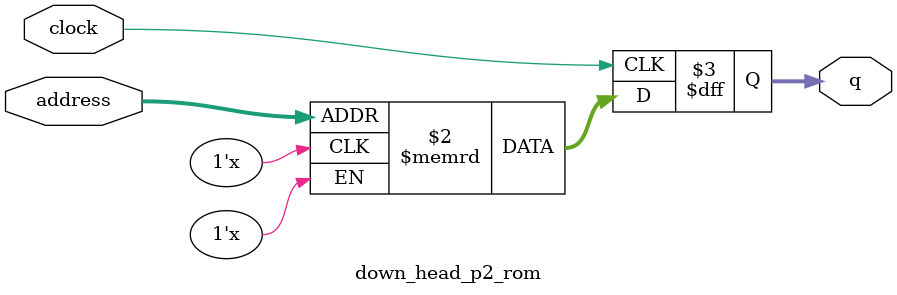
<source format=sv>
module down_head_p2_rom (
	input logic clock,
	input logic [9:0] address,
	output logic [3:0] q
);

logic [3:0] memory [0:575] /* synthesis ram_init_file = "./down_head_p2/down_head_p2.mif" */;

always_ff @ (posedge clock) begin
	q <= memory[address];
end

endmodule

</source>
